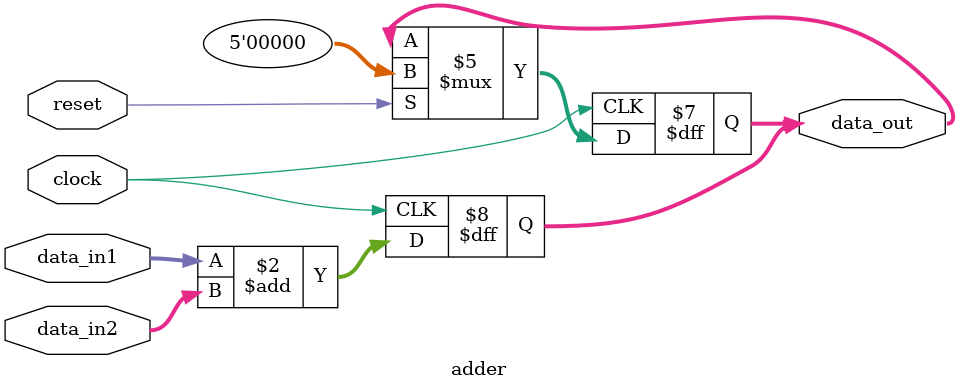
<source format=v>
module adder(
  `include "cl_ports.vh" // Fixed port definition
clock,reset,data_in1,data_in2,data_out);

input wire clock;
input wire reset;
input wire [3:0] data_in1;
input wire [3:0] data_in2;
output reg [4:0] data_out;

always @(posedge clock)
	begin
		data_out <= data_in1 + data_in2;
	end

always @(posedge clock)
	begin
	if(reset==1'b1)
		begin
			data_out <=4'b0;
		end
	end
endmodule

</source>
